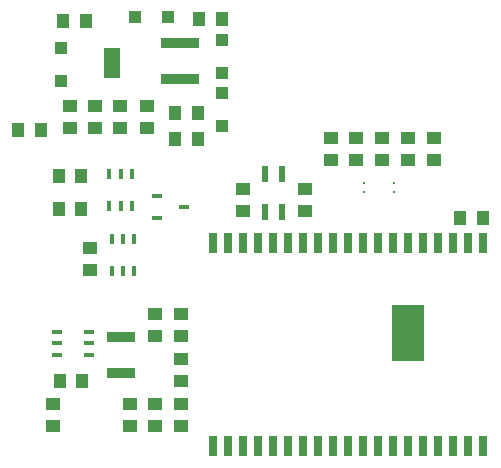
<source format=gbr>
G04 DipTrace 3.3.1.3*
G04 TopPaste.gbr*
%MOIN*%
G04 #@! TF.FileFunction,Paste,Top*
G04 #@! TF.Part,Single*
%ADD90R,0.110079X0.188819*%
%ADD92R,0.027402X0.070709*%
%ADD98R,0.015591X0.035276*%
%ADD100R,0.054961X0.102205*%
%ADD102R,0.047087X0.00378*%
%ADD108R,0.035276X0.015591*%
%ADD112R,0.011654X0.011654*%
%ADD114R,0.033307X0.017559*%
%ADD116R,0.098268X0.037244*%
%ADD118R,0.125827X0.035276*%
%ADD148R,0.023465X0.054961*%
%ADD152R,0.039213X0.039213*%
%ADD154R,0.04315X0.051024*%
%ADD156R,0.051024X0.04315*%
%FSLAX26Y26*%
G04*
G70*
G90*
G75*
G01*
G04 TopPaste*
%LPD*%
D156*
X1314118Y917638D3*
Y842835D3*
D154*
X920417Y1894016D3*
X995220D3*
D156*
X1026717Y1610551D3*
Y1535748D3*
D154*
X1373173Y1901890D3*
X1447976D3*
X1369236Y1500315D3*
X1294433D3*
X2243252Y1236535D3*
X2318055D3*
D156*
X2070024Y1429449D3*
Y1504252D3*
X1010969Y1138110D3*
Y1063307D3*
X1314118Y618425D3*
Y543622D3*
X1227504Y917638D3*
Y842835D3*
D154*
X908606Y693228D3*
X983409D3*
D156*
X1314118D3*
Y768031D3*
X1227504Y618425D3*
Y543622D3*
D154*
X845614Y1531811D3*
X770811D3*
D152*
X912543Y1803465D3*
Y1693228D3*
X1270811Y1905827D3*
X1160575D3*
X1447976Y1831024D3*
Y1720787D3*
Y1543622D3*
Y1653858D3*
D148*
X1593646Y1256220D3*
Y1382205D3*
X1648764Y1256220D3*
Y1382205D3*
D118*
X1310181Y1819213D3*
Y1701102D3*
D116*
X1113331Y838898D3*
Y720787D3*
D114*
X1231441Y1311339D3*
Y1236535D3*
X1321992Y1273937D3*
D156*
X1141711Y543622D3*
Y618425D3*
X884984Y543622D3*
Y618425D3*
X944039Y1610551D3*
Y1535748D3*
X1518843Y1334961D3*
Y1260157D3*
X1727504Y1334961D3*
Y1260157D3*
D154*
X1369236Y1586929D3*
X1294433D3*
D156*
X1197976Y1535748D3*
Y1610551D3*
X1109394Y1535748D3*
Y1610551D3*
D154*
X904669Y1268031D3*
X979472D3*
X904669Y1378268D3*
X979472D3*
D156*
X2156638Y1504252D3*
Y1429449D3*
X1983409D3*
Y1504252D3*
X1814118D3*
Y1429449D3*
X1896795D3*
Y1504252D3*
D112*
X2022780Y1354646D3*
Y1323150D3*
X1924354D3*
Y1354646D3*
D108*
X1006213Y782004D3*
Y819406D3*
Y856807D3*
X899913D3*
Y819406D3*
Y782004D3*
D102*
X995220Y1819213D3*
Y1793622D3*
Y1768031D3*
Y1742441D3*
Y1716850D3*
Y1691260D3*
X1168449D3*
Y1716850D3*
Y1742441D3*
Y1768031D3*
Y1793622D3*
Y1819213D3*
D100*
X1081835Y1755236D3*
D98*
Y1059370D3*
X1119236D3*
X1156638D3*
Y1165669D3*
X1119236D3*
X1081835D3*
D92*
X2318055Y1153858D3*
X2268055Y1154252D3*
X2218055D3*
X2168055D3*
X2118055D3*
X2068055D3*
X2018055D3*
X1968055D3*
X1918055D3*
X1868055D3*
X1818055D3*
X1768055D3*
X1718055D3*
X1668055D3*
X1668436Y476218D3*
X1718436D3*
X1768436D3*
X1818434D3*
X1868436D3*
X1418436D3*
X1468436D3*
X1518436D3*
X1568436D3*
X1618436D3*
X1918094Y476220D3*
X1968094D3*
X2018094D3*
X2068094D3*
X2118094D3*
X2168094D3*
X2218094D3*
X2268094D3*
X2318094D3*
D90*
X2069945Y853858D3*
D92*
X1618395Y1154248D3*
X1568395D3*
X1518395D3*
X1468395D3*
X1418395D3*
D98*
X1148764Y1382205D3*
X1111362D3*
X1073961D3*
Y1275906D3*
X1111362D3*
X1148764D3*
M02*

</source>
